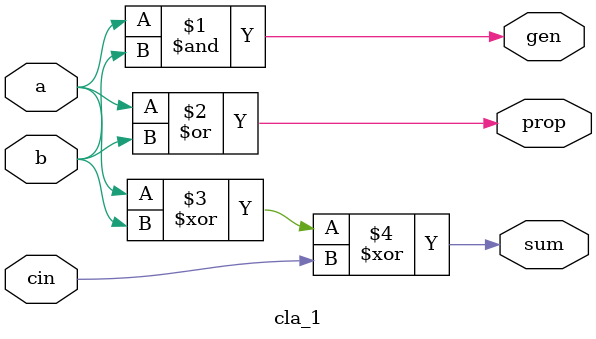
<source format=v>
module cla_1
(
    input a,
    input b,
    input cin,
    output sum,
    output gen,
    output prop
);

assign gen = a & b;
assign prop = a | b;

assign sum = a ^ b ^ cin;

endmodule

</source>
